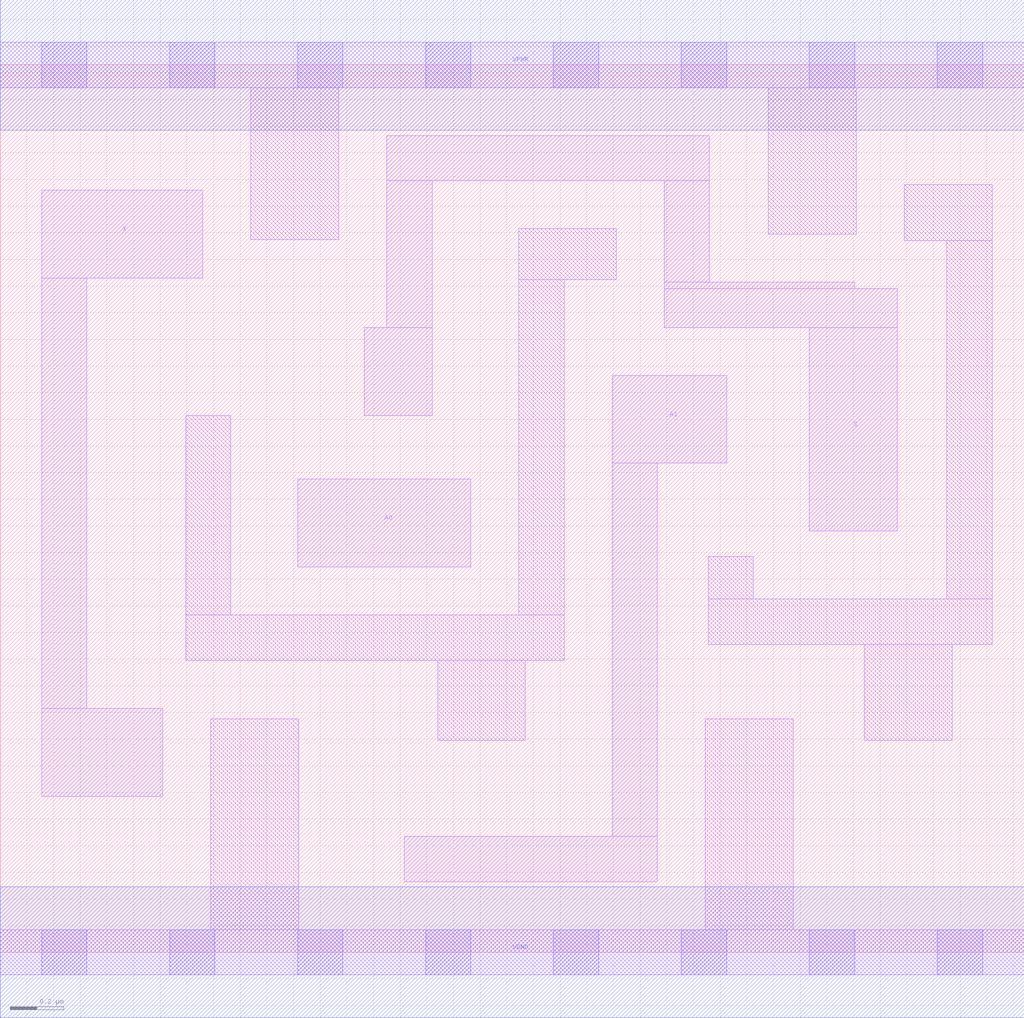
<source format=lef>
# Copyright 2020 The SkyWater PDK Authors
#
# Licensed under the Apache License, Version 2.0 (the "License");
# you may not use this file except in compliance with the License.
# You may obtain a copy of the License at
#
#     https://www.apache.org/licenses/LICENSE-2.0
#
# Unless required by applicable law or agreed to in writing, software
# distributed under the License is distributed on an "AS IS" BASIS,
# WITHOUT WARRANTIES OR CONDITIONS OF ANY KIND, either express or implied.
# See the License for the specific language governing permissions and
# limitations under the License.
#
# SPDX-License-Identifier: Apache-2.0

VERSION 5.7 ;
  NAMESCASESENSITIVE ON ;
  NOWIREEXTENSIONATPIN ON ;
  DIVIDERCHAR "/" ;
  BUSBITCHARS "[]" ;
UNITS
  DATABASE MICRONS 200 ;
END UNITS
MACRO sky130_fd_sc_lp__mux2_m
  CLASS CORE ;
  FOREIGN sky130_fd_sc_lp__mux2_m ;
  ORIGIN  0.000000  0.000000 ;
  SIZE  3.840000 BY  3.330000 ;
  SYMMETRY X Y R90 ;
  SITE unit ;
  PIN A0
    ANTENNAGATEAREA  0.126000 ;
    DIRECTION INPUT ;
    USE SIGNAL ;
    PORT
      LAYER li1 ;
        RECT 1.115000 1.445000 1.765000 1.775000 ;
    END
  END A0
  PIN A1
    ANTENNAGATEAREA  0.126000 ;
    DIRECTION INPUT ;
    USE SIGNAL ;
    PORT
      LAYER li1 ;
        RECT 1.515000 0.265000 2.465000 0.435000 ;
        RECT 2.295000 0.435000 2.465000 1.835000 ;
        RECT 2.295000 1.835000 2.725000 2.165000 ;
    END
  END A1
  PIN S
    ANTENNAGATEAREA  0.252000 ;
    DIRECTION INPUT ;
    USE SIGNAL ;
    PORT
      LAYER li1 ;
        RECT 1.365000 2.015000 1.620000 2.345000 ;
        RECT 1.450000 2.345000 1.620000 2.895000 ;
        RECT 1.450000 2.895000 2.660000 3.065000 ;
        RECT 2.490000 2.345000 3.365000 2.490000 ;
        RECT 2.490000 2.490000 3.205000 2.515000 ;
        RECT 2.490000 2.515000 2.660000 2.895000 ;
        RECT 3.035000 1.580000 3.365000 2.345000 ;
    END
  END S
  PIN X
    ANTENNADIFFAREA  0.231000 ;
    DIRECTION OUTPUT ;
    USE SIGNAL ;
    PORT
      LAYER li1 ;
        RECT 0.155000 0.585000 0.610000 0.915000 ;
        RECT 0.155000 0.915000 0.325000 2.530000 ;
        RECT 0.155000 2.530000 0.760000 2.860000 ;
    END
  END X
  PIN VGND
    DIRECTION INOUT ;
    USE GROUND ;
    PORT
      LAYER met1 ;
        RECT 0.000000 -0.245000 3.840000 0.245000 ;
    END
  END VGND
  PIN VPWR
    DIRECTION INOUT ;
    USE POWER ;
    PORT
      LAYER met1 ;
        RECT 0.000000 3.085000 3.840000 3.575000 ;
    END
  END VPWR
  OBS
    LAYER li1 ;
      RECT 0.000000 -0.085000 3.840000 0.085000 ;
      RECT 0.000000  3.245000 3.840000 3.415000 ;
      RECT 0.695000  1.095000 2.115000 1.265000 ;
      RECT 0.695000  1.265000 0.865000 2.015000 ;
      RECT 0.790000  0.085000 1.120000 0.875000 ;
      RECT 0.940000  2.675000 1.270000 3.245000 ;
      RECT 1.640000  0.795000 1.970000 1.095000 ;
      RECT 1.945000  1.265000 2.115000 2.525000 ;
      RECT 1.945000  2.525000 2.310000 2.715000 ;
      RECT 2.645000  0.085000 2.975000 0.875000 ;
      RECT 2.655000  1.155000 3.720000 1.325000 ;
      RECT 2.655000  1.325000 2.825000 1.485000 ;
      RECT 2.880000  2.695000 3.210000 3.245000 ;
      RECT 3.240000  0.795000 3.570000 1.155000 ;
      RECT 3.390000  2.670000 3.720000 2.880000 ;
      RECT 3.550000  1.325000 3.720000 2.670000 ;
    LAYER mcon ;
      RECT 0.155000 -0.085000 0.325000 0.085000 ;
      RECT 0.155000  3.245000 0.325000 3.415000 ;
      RECT 0.635000 -0.085000 0.805000 0.085000 ;
      RECT 0.635000  3.245000 0.805000 3.415000 ;
      RECT 1.115000 -0.085000 1.285000 0.085000 ;
      RECT 1.115000  3.245000 1.285000 3.415000 ;
      RECT 1.595000 -0.085000 1.765000 0.085000 ;
      RECT 1.595000  3.245000 1.765000 3.415000 ;
      RECT 2.075000 -0.085000 2.245000 0.085000 ;
      RECT 2.075000  3.245000 2.245000 3.415000 ;
      RECT 2.555000 -0.085000 2.725000 0.085000 ;
      RECT 2.555000  3.245000 2.725000 3.415000 ;
      RECT 3.035000 -0.085000 3.205000 0.085000 ;
      RECT 3.035000  3.245000 3.205000 3.415000 ;
      RECT 3.515000 -0.085000 3.685000 0.085000 ;
      RECT 3.515000  3.245000 3.685000 3.415000 ;
  END
END sky130_fd_sc_lp__mux2_m
END LIBRARY

</source>
